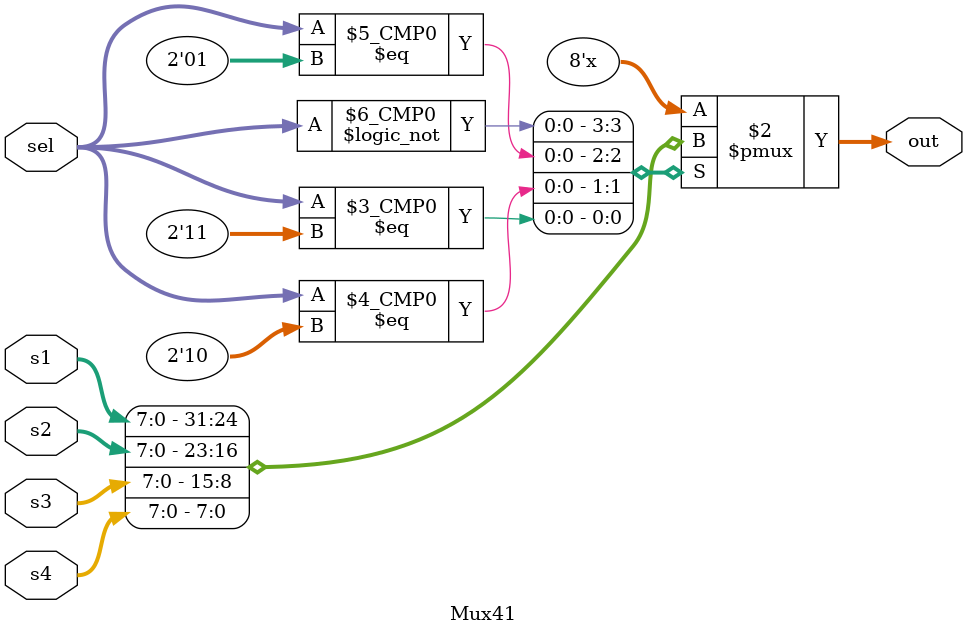
<source format=sv>
`default_nettype none

/*
 * A library of components, usable for many future hardware designs.
 */
 
// A Magnitude Comparator does an unsigned comparison of two input values.
module MagComp
  #(parameter   WIDTH = 8)
  (output logic             AltB, AeqB, AgtB,
   input  logic [WIDTH-1:0] A, B);

  assign AeqB = (A == B);
  assign AltB = (A <  B);
  assign AgtB = (A >  B);

endmodule: MagComp

// An Adder is a combinational sum generator.
module Adder
  #(parameter WIDTH=8)
  (input  logic [WIDTH-1:0] A, B,
   input  logic             cin,
   output logic [WIDTH-1:0] sum,
   output logic             cout);
   
   assign {cout, sum} = A + B + cin;
   
endmodule : Adder

// The Multiplexer chooses one of WIDTH bits
module Multiplexer
  #(parameter WIDTH=8)
  (input  logic [WIDTH-1:0]         I,
   input  logic [$clog2(WIDTH)-1:0] S,
   output logic                     Y);
   
   assign Y = I[S];
   
endmodule : Multiplexer

// The 2-to-1 Multiplexer chooses one of two multi-bit inputs.
module Mux2to1
  #(parameter WIDTH = 8)
  (input  logic [WIDTH-1:0] I0, I1,
   input  logic             S,
   output logic [WIDTH-1:0] Y);
   
  assign Y = (S) ? I1 : I0;
  
endmodule : Mux2to1

// The Decoder converts from binary to one-hot codes.
module Decoder
  #(parameter WIDTH=8)
  (input  logic [$clog2(WIDTH)-1:0] I,
   input  logic                     en,
   output logic [WIDTH-1:0]         D);
   
  always_comb begin
    D = '0;
    if (en)
      D[I] = 1'b1;
  end
  
endmodule : Decoder

// A DFlipFlop stores the input bit synchronously with the clock signal.
// preset and reset are asynchronous inputs.
module DFlipFlop
  (input  logic D,
   input  logic preset_L, reset_L, clock,
   output logic Q);
   
  always_ff @(posedge clock, negedge preset_L, negedge reset_L)
    if (~preset_L & reset_L)
      Q <= 1'b1;
    else if (~reset_L & preset_L)
      Q <= 1'b0;
    else if (~reset_L & ~preset_L)
      Q <= 1'bX;
    else
      Q <= D;
    
endmodule : DFlipFlop

// A Register stores a multi-bit value.  
// Enable has priority over Clear
module Register
  #(parameter WIDTH=8)
  (input  logic [WIDTH-1:0] D,
   input  logic             en, clear, clock,
   output logic [WIDTH-1:0] Q);
   
  always_ff @(posedge clock)
    if (en)
      Q <= D;
    else if (clear)
      Q <= '0;
      
endmodule : Register


// A Register stores a multi-bit value.  
// Enable has priority over Clear
/*module RegisterSpec
  #(parameter WIDTH=8)
  (input  logic [WIDTH-1:0] D, clear2
   input  logic             en, clear, clock,
   output logic [WIDTH-1:0] Q);
   
  always_ff @(posedge clock)
    if (en)
      Q <= D;
    else if (clear)
      Q <= clear2;
      
endmodule : RegisterSpec*/


// A binary up-down counter.
// Clear has priority over Load, which has priority over Enable
module Counter
  #(parameter WIDTH=8)
  (input  logic [WIDTH-1:0] D,
   input  logic             en, clear, load, clock, up,
   output logic [WIDTH-1:0] Q);
   
  always_ff @(posedge clock)
    if (clear)
      Q <= {WIDTH {1'b0}};
    else if (load)
      Q <= D;
    else if (en)
      if (up)
        Q <= Q + 1'b1;
      else
        Q <= Q - 1'b1;
        
endmodule : Counter

// A Synchronizer takes an asynchronous input and changes it to synchronized
module Synchronizer
  (input  logic async, clock,
   output logic sync);
 
  logic metastable;
    
  DFlipFlop one(.D(async),
                .Q(metastable),
                .clock,
                .preset_L(1'b1), 
                .reset_L(1'b1)
               );

  DFlipFlop two(.D(metastable),
                .Q(sync),
                .clock,
                .preset_L(1'b1), 
                .reset_L(1'b1)
               );

endmodule : Synchronizer

// A PIPO Shift Register, with controllable shift direction
// Load has priority over shifting.
module ShiftRegister_PIPO
  #(parameter WIDTH=8)
  (input  logic [WIDTH-1:0] D,
   input  logic             en, left, load, clock,
   output logic [WIDTH-1:0] Q);
   
  always_ff @(posedge clock)
    if (load)
      Q <= D;
    else if (en)
      if (left)
        Q <= {Q[WIDTH-2:0], 1'b0};
      else
        Q <= {1'b0, Q[WIDTH-1:1]};
        
endmodule : ShiftRegister_PIPO

// A SIPO Shift Register, with controllable shift direction
// Load has priority over shifting.
module ShiftRegister_SIPO
  #(parameter WIDTH=8)
  (input  logic             serial,
   input  logic             en, left, clock,
   output logic [WIDTH-1:0] Q);
   
  always_ff @(posedge clock)
    if (en)
      if (left)
        Q <= {Q[WIDTH-2:0], serial};
      else
        Q <= {serial, Q[WIDTH-1:1]};
        
endmodule : ShiftRegister_SIPO

// A BSR shifts bits to the left by a variable amount
module BarrelShiftRegister
  #(parameter WIDTH=8)
  (input  logic [WIDTH-1:0] D,
   input  logic             en, load, clock,
   input  logic [      1:0] by,
   output logic [WIDTH-1:0] Q);
   
  logic [WIDTH-1:0] shifted;
  always_comb
    case (by)
      default: shifted = Q;
      2'b01: shifted = {Q[WIDTH-2:0], 1'b0};
      2'b10: shifted = {Q[WIDTH-3:0], 2'b0};
      2'b11: shifted = {Q[WIDTH-4:0], 3'b0};
    endcase
   
  always_ff @(posedge clock)
    if (load)
        Q <= D;
    else if (en)
        Q <= shifted;
    
endmodule : BarrelShiftRegister


module Mux41
  (input logic [1:0] sel,
   input logic [7:0] s1,
   input logic [7:0] s2,
   input logic [7:0] s3,
   input logic [7:0] s4,

   output logic [7:0] out);

  always_comb begin
    case(sel)
      2'b00: out = s1;
      2'b01: out = s2;
      2'b10: out = s3;
      2'b11: out = s4;
    endcase
  end

endmodule : Mux41

</source>
